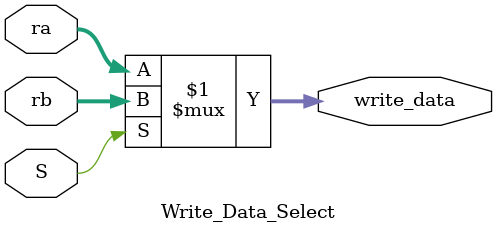
<source format=v>
`timescale 1ns / 1ps


module Write_Data_Select(ra, rb, S, write_data);
    input [15:0] ra, rb;
    input S;
    output [15:0] write_data;
    
    assign write_data = (S)? rb: ra;
    
endmodule

</source>
